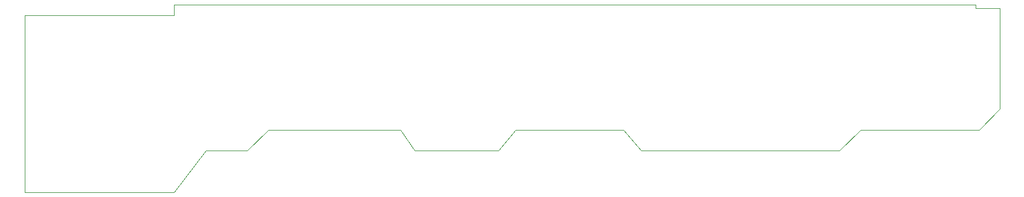
<source format=gm1>
%TF.GenerationSoftware,KiCad,Pcbnew,5.1.12-1.fc35*%
%TF.CreationDate,2022-05-08T03:34:16-07:00*%
%TF.ProjectId,right,72696768-742e-46b6-9963-61645f706362,v1.3*%
%TF.SameCoordinates,Original*%
%TF.FileFunction,Profile,NP*%
%FSLAX46Y46*%
G04 Gerber Fmt 4.6, Leading zero omitted, Abs format (unit mm)*
G04 Created by KiCad (PCBNEW 5.1.12-1.fc35) date 2022-05-08 03:34:16*
%MOMM*%
%LPD*%
G01*
G04 APERTURE LIST*
%TA.AperFunction,Profile*%
%ADD10C,0.030000*%
%TD*%
G04 APERTURE END LIST*
D10*
X101500000Y-90000000D02*
X101500000Y-88500000D01*
X80000000Y-90000000D02*
X101500000Y-90000000D01*
X80000000Y-115500000D02*
X80000000Y-90000000D01*
X101500000Y-115500000D02*
X80000000Y-115500000D01*
X106000000Y-109500000D02*
X101500000Y-115500000D01*
X112000000Y-109500000D02*
X106000000Y-109500000D01*
X115000000Y-106500000D02*
X112000000Y-109500000D01*
X134000000Y-106500000D02*
X115000000Y-106500000D01*
X136000000Y-109500000D02*
X134000000Y-106500000D01*
X148000000Y-109500000D02*
X136000000Y-109500000D01*
X200000000Y-106500000D02*
X197000000Y-109500000D01*
X166000000Y-106500000D02*
X150500000Y-106500000D01*
X168500000Y-109500000D02*
X166000000Y-106500000D01*
X197000000Y-109500000D02*
X168500000Y-109500000D01*
X150500000Y-106500000D02*
X148000000Y-109500000D01*
X217000000Y-106500000D02*
X200000000Y-106500000D01*
X220000000Y-89000000D02*
X220000000Y-103500000D01*
X220000000Y-103500000D02*
X217000000Y-106500000D01*
X216500000Y-89000000D02*
X220000000Y-89000000D01*
X216500000Y-88500000D02*
X216500000Y-89000000D01*
X101500000Y-88500000D02*
X216500000Y-88500000D01*
M02*

</source>
